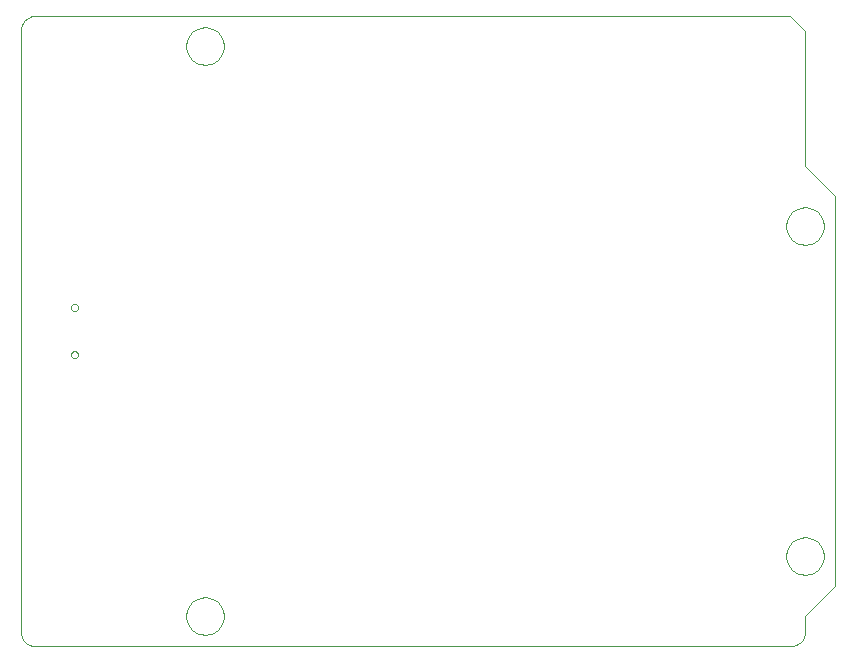
<source format=gbr>
G04 PROTEUS RS274X GERBER FILE*
%FSLAX45Y45*%
%MOMM*%
G01*
%ADD47C,0.025400*%
D47*
X+6800850Y+762000D02*
X+6800320Y+774958D01*
X+6796016Y+800876D01*
X+6787025Y+826794D01*
X+6772380Y+852712D01*
X+6749976Y+878466D01*
X+6724058Y+897958D01*
X+6698140Y+910530D01*
X+6672222Y+917866D01*
X+6646304Y+920694D01*
X+6642100Y+920750D01*
X+6483350Y+762000D02*
X+6483880Y+774958D01*
X+6488184Y+800876D01*
X+6497175Y+826794D01*
X+6511820Y+852712D01*
X+6534224Y+878466D01*
X+6560142Y+897958D01*
X+6586060Y+910530D01*
X+6611978Y+917866D01*
X+6637896Y+920694D01*
X+6642100Y+920750D01*
X+6483350Y+762000D02*
X+6483880Y+749042D01*
X+6488184Y+723124D01*
X+6497175Y+697206D01*
X+6511820Y+671288D01*
X+6534224Y+645534D01*
X+6560142Y+626042D01*
X+6586060Y+613470D01*
X+6611978Y+606134D01*
X+6637896Y+603306D01*
X+6642100Y+603250D01*
X+6800850Y+762000D02*
X+6800320Y+749042D01*
X+6796016Y+723124D01*
X+6787025Y+697206D01*
X+6772380Y+671288D01*
X+6749976Y+645534D01*
X+6724058Y+626042D01*
X+6698140Y+613470D01*
X+6672222Y+606134D01*
X+6646304Y+603306D01*
X+6642100Y+603250D01*
X+6800850Y+3556000D02*
X+6800320Y+3568958D01*
X+6796016Y+3594876D01*
X+6787025Y+3620794D01*
X+6772380Y+3646712D01*
X+6749976Y+3672466D01*
X+6724058Y+3691958D01*
X+6698140Y+3704530D01*
X+6672222Y+3711866D01*
X+6646304Y+3714694D01*
X+6642100Y+3714750D01*
X+6483350Y+3556000D02*
X+6483880Y+3568958D01*
X+6488184Y+3594876D01*
X+6497175Y+3620794D01*
X+6511820Y+3646712D01*
X+6534224Y+3672466D01*
X+6560142Y+3691958D01*
X+6586060Y+3704530D01*
X+6611978Y+3711866D01*
X+6637896Y+3714694D01*
X+6642100Y+3714750D01*
X+6483350Y+3556000D02*
X+6483880Y+3543042D01*
X+6488184Y+3517124D01*
X+6497175Y+3491206D01*
X+6511820Y+3465288D01*
X+6534224Y+3439534D01*
X+6560142Y+3420042D01*
X+6586060Y+3407470D01*
X+6611978Y+3400134D01*
X+6637896Y+3397306D01*
X+6642100Y+3397250D01*
X+6800850Y+3556000D02*
X+6800320Y+3543042D01*
X+6796016Y+3517124D01*
X+6787025Y+3491206D01*
X+6772380Y+3465288D01*
X+6749976Y+3439534D01*
X+6724058Y+3420042D01*
X+6698140Y+3407470D01*
X+6672222Y+3400134D01*
X+6646304Y+3397306D01*
X+6642100Y+3397250D01*
X+1720850Y+5080000D02*
X+1720320Y+5092958D01*
X+1716016Y+5118876D01*
X+1707025Y+5144794D01*
X+1692380Y+5170712D01*
X+1669976Y+5196466D01*
X+1644058Y+5215958D01*
X+1618140Y+5228530D01*
X+1592222Y+5235866D01*
X+1566304Y+5238694D01*
X+1562100Y+5238750D01*
X+1403350Y+5080000D02*
X+1403880Y+5092958D01*
X+1408184Y+5118876D01*
X+1417175Y+5144794D01*
X+1431820Y+5170712D01*
X+1454224Y+5196466D01*
X+1480142Y+5215958D01*
X+1506060Y+5228530D01*
X+1531978Y+5235866D01*
X+1557896Y+5238694D01*
X+1562100Y+5238750D01*
X+1403350Y+5080000D02*
X+1403880Y+5067042D01*
X+1408184Y+5041124D01*
X+1417175Y+5015206D01*
X+1431820Y+4989288D01*
X+1454224Y+4963534D01*
X+1480142Y+4944042D01*
X+1506060Y+4931470D01*
X+1531978Y+4924134D01*
X+1557896Y+4921306D01*
X+1562100Y+4921250D01*
X+1720850Y+5080000D02*
X+1720320Y+5067042D01*
X+1716016Y+5041124D01*
X+1707025Y+5015206D01*
X+1692380Y+4989288D01*
X+1669976Y+4963534D01*
X+1644058Y+4944042D01*
X+1618140Y+4931470D01*
X+1592222Y+4924134D01*
X+1566304Y+4921306D01*
X+1562100Y+4921250D01*
X+1720850Y+254000D02*
X+1720320Y+266958D01*
X+1716016Y+292876D01*
X+1707025Y+318794D01*
X+1692380Y+344712D01*
X+1669976Y+370466D01*
X+1644058Y+389958D01*
X+1618140Y+402530D01*
X+1592222Y+409866D01*
X+1566304Y+412694D01*
X+1562100Y+412750D01*
X+1403350Y+254000D02*
X+1403880Y+266958D01*
X+1408184Y+292876D01*
X+1417175Y+318794D01*
X+1431820Y+344712D01*
X+1454224Y+370466D01*
X+1480142Y+389958D01*
X+1506060Y+402530D01*
X+1531978Y+409866D01*
X+1557896Y+412694D01*
X+1562100Y+412750D01*
X+1403350Y+254000D02*
X+1403880Y+241042D01*
X+1408184Y+215124D01*
X+1417175Y+189206D01*
X+1431820Y+163288D01*
X+1454224Y+137534D01*
X+1480142Y+118042D01*
X+1506060Y+105470D01*
X+1531978Y+98134D01*
X+1557896Y+95306D01*
X+1562100Y+95250D01*
X+1720850Y+254000D02*
X+1720320Y+241042D01*
X+1716016Y+215124D01*
X+1707025Y+189206D01*
X+1692380Y+163288D01*
X+1669976Y+137534D01*
X+1644058Y+118042D01*
X+1618140Y+105470D01*
X+1592222Y+98134D01*
X+1566304Y+95306D01*
X+1562100Y+95250D01*
X+127000Y+0D02*
X+101032Y+2527D01*
X+77018Y+9798D01*
X+55423Y+21347D01*
X+36711Y+36711D01*
X+21348Y+55423D01*
X+9798Y+77018D01*
X+2527Y+101032D01*
X+0Y+127000D01*
X+0Y+5207000D01*
X+2527Y+5232967D01*
X+9798Y+5256981D01*
X+21348Y+5278577D01*
X+36711Y+5297289D01*
X+55423Y+5312652D01*
X+77018Y+5324202D01*
X+101032Y+5331473D01*
X+127000Y+5334000D01*
X+6515100Y+5334000D01*
X+6642100Y+5207000D01*
X+6642100Y+4064000D01*
X+6896100Y+3810000D01*
X+6896100Y+508000D01*
X+6642100Y+254000D01*
X+6642100Y+127000D01*
X+6639573Y+101032D01*
X+6632302Y+77018D01*
X+6620752Y+55423D01*
X+6605389Y+36711D01*
X+6586677Y+21347D01*
X+6565081Y+9798D01*
X+6541067Y+2527D01*
X+6515100Y+0D01*
X+127000Y+0D01*
X+486650Y+2467000D02*
X+486547Y+2469489D01*
X+485705Y+2474469D01*
X+483945Y+2479449D01*
X+481068Y+2484429D01*
X+476667Y+2489345D01*
X+471687Y+2492959D01*
X+466707Y+2495264D01*
X+461727Y+2496567D01*
X+456747Y+2497000D01*
X+456650Y+2497000D01*
X+426650Y+2467000D02*
X+426753Y+2469489D01*
X+427595Y+2474469D01*
X+429355Y+2479449D01*
X+432232Y+2484429D01*
X+436633Y+2489345D01*
X+441613Y+2492959D01*
X+446593Y+2495264D01*
X+451573Y+2496567D01*
X+456553Y+2497000D01*
X+456650Y+2497000D01*
X+426650Y+2467000D02*
X+426753Y+2464511D01*
X+427595Y+2459531D01*
X+429355Y+2454551D01*
X+432232Y+2449571D01*
X+436633Y+2444655D01*
X+441613Y+2441041D01*
X+446593Y+2438736D01*
X+451573Y+2437433D01*
X+456553Y+2437000D01*
X+456650Y+2437000D01*
X+486650Y+2467000D02*
X+486547Y+2464511D01*
X+485705Y+2459531D01*
X+483945Y+2454551D01*
X+481068Y+2449571D01*
X+476667Y+2444655D01*
X+471687Y+2441041D01*
X+466707Y+2438736D01*
X+461727Y+2437433D01*
X+456747Y+2437000D01*
X+456650Y+2437000D01*
X+486650Y+2867000D02*
X+486547Y+2869489D01*
X+485705Y+2874469D01*
X+483945Y+2879449D01*
X+481068Y+2884429D01*
X+476667Y+2889345D01*
X+471687Y+2892959D01*
X+466707Y+2895264D01*
X+461727Y+2896567D01*
X+456747Y+2897000D01*
X+456650Y+2897000D01*
X+426650Y+2867000D02*
X+426753Y+2869489D01*
X+427595Y+2874469D01*
X+429355Y+2879449D01*
X+432232Y+2884429D01*
X+436633Y+2889345D01*
X+441613Y+2892959D01*
X+446593Y+2895264D01*
X+451573Y+2896567D01*
X+456553Y+2897000D01*
X+456650Y+2897000D01*
X+426650Y+2867000D02*
X+426753Y+2864511D01*
X+427595Y+2859531D01*
X+429355Y+2854551D01*
X+432232Y+2849571D01*
X+436633Y+2844655D01*
X+441613Y+2841041D01*
X+446593Y+2838736D01*
X+451573Y+2837433D01*
X+456553Y+2837000D01*
X+456650Y+2837000D01*
X+486650Y+2867000D02*
X+486547Y+2864511D01*
X+485705Y+2859531D01*
X+483945Y+2854551D01*
X+481068Y+2849571D01*
X+476667Y+2844655D01*
X+471687Y+2841041D01*
X+466707Y+2838736D01*
X+461727Y+2837433D01*
X+456747Y+2837000D01*
X+456650Y+2837000D01*
M02*

</source>
